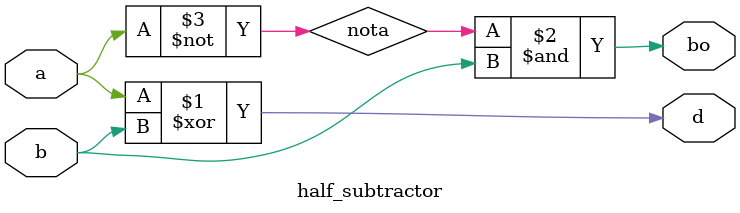
<source format=v>
module nbitsubtractor(a,b,s);
parameter n=32;
input [n-1:0] a,b;
output [n-1:0] s;
wire [n-1:0] c;
genvar i;
generate
    for (i = 0 ;i<n ;i=i+1 ) 
    begin
    if (i==0) begin
        half_subtractor f(a[0],b[0],s[0],c[0]);
    end
    else begin
        full_subtractor f(a[i],b[i],c[i-1],s[i],c[i]);
    end
    end

endgenerate
endmodule

module full_subtractor(a,b,bi,y,bo);
input a,b,bi;
output y,bo;
wire w1,w2,w3;
half_subtractor g1(a,b,w1,w2);
half_subtractor g2(w1,bi,y,w3);
or(bo,w2,w3);
endmodule

module half_subtractor(a,b,d,bo);
input a,b;
output d,bo;
xor g1(d,a,b);
wire nota;
not g2(nota,a);
and g3(bo,nota,b);
endmodule
</source>
